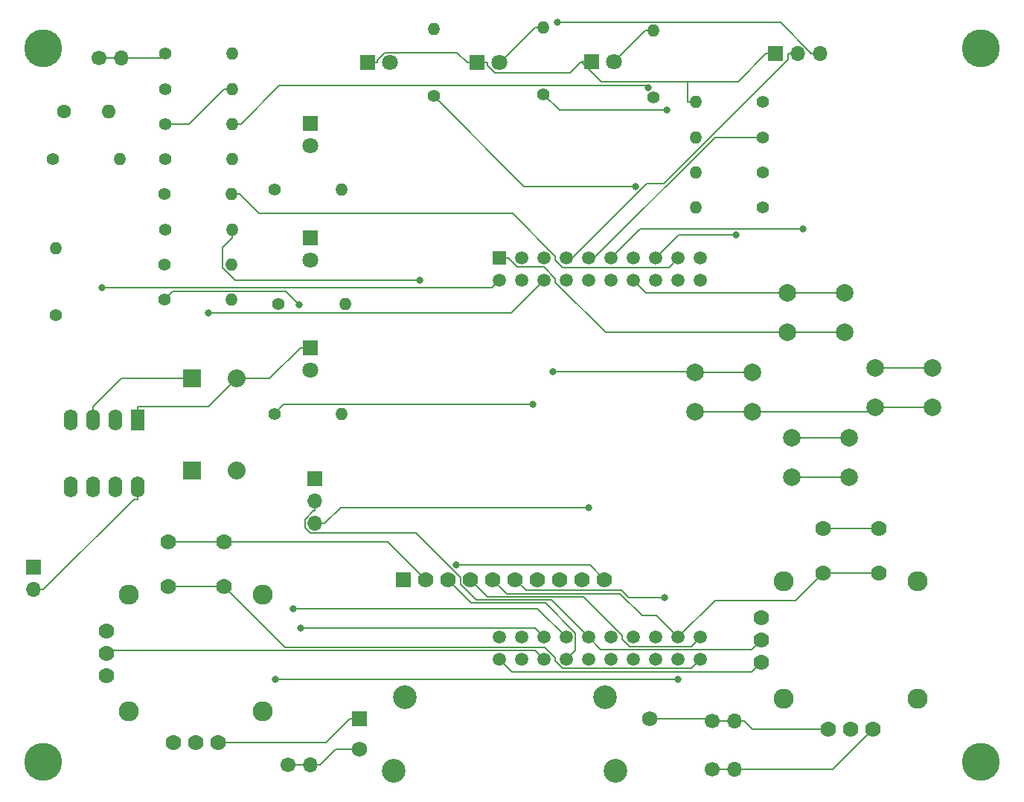
<source format=gtl>
G04 #@! TF.GenerationSoftware,KiCad,Pcbnew,9.0.0*
G04 #@! TF.CreationDate,2025-03-23T13:33:11-05:00*
G04 #@! TF.ProjectId,CDR3585,43445233-3538-4352-9e6b-696361645f70,v1.0.1*
G04 #@! TF.SameCoordinates,Original*
G04 #@! TF.FileFunction,Copper,L1,Top*
G04 #@! TF.FilePolarity,Positive*
%FSLAX46Y46*%
G04 Gerber Fmt 4.6, Leading zero omitted, Abs format (unit mm)*
G04 Created by KiCad (PCBNEW 9.0.0) date 2025-03-23 13:33:11*
%MOMM*%
%LPD*%
G01*
G04 APERTURE LIST*
G04 #@! TA.AperFunction,ComponentPad*
%ADD10C,1.400000*%
G04 #@! TD*
G04 #@! TA.AperFunction,ComponentPad*
%ADD11O,1.400000X1.400000*%
G04 #@! TD*
G04 #@! TA.AperFunction,ComponentPad*
%ADD12C,1.700000*%
G04 #@! TD*
G04 #@! TA.AperFunction,ComponentPad*
%ADD13O,1.700000X1.700000*%
G04 #@! TD*
G04 #@! TA.AperFunction,ComponentPad*
%ADD14R,1.700000X1.700000*%
G04 #@! TD*
G04 #@! TA.AperFunction,ComponentPad*
%ADD15R,1.800000X1.800000*%
G04 #@! TD*
G04 #@! TA.AperFunction,ComponentPad*
%ADD16C,1.800000*%
G04 #@! TD*
G04 #@! TA.AperFunction,ComponentPad*
%ADD17R,1.600000X2.400000*%
G04 #@! TD*
G04 #@! TA.AperFunction,ComponentPad*
%ADD18O,1.600000X2.400000*%
G04 #@! TD*
G04 #@! TA.AperFunction,ComponentPad*
%ADD19C,2.000000*%
G04 #@! TD*
G04 #@! TA.AperFunction,WasherPad*
%ADD20C,2.700000*%
G04 #@! TD*
G04 #@! TA.AperFunction,ComponentPad*
%ADD21R,1.750000X1.750000*%
G04 #@! TD*
G04 #@! TA.AperFunction,ComponentPad*
%ADD22C,1.750000*%
G04 #@! TD*
G04 #@! TA.AperFunction,ComponentPad*
%ADD23C,1.778000*%
G04 #@! TD*
G04 #@! TA.AperFunction,ComponentPad*
%ADD24C,2.286000*%
G04 #@! TD*
G04 #@! TA.AperFunction,ComponentPad*
%ADD25C,1.600000*%
G04 #@! TD*
G04 #@! TA.AperFunction,ComponentPad*
%ADD26O,1.600000X1.600000*%
G04 #@! TD*
G04 #@! TA.AperFunction,ComponentPad*
%ADD27C,4.318000*%
G04 #@! TD*
G04 #@! TA.AperFunction,ComponentPad*
%ADD28R,2.032000X2.032000*%
G04 #@! TD*
G04 #@! TA.AperFunction,ComponentPad*
%ADD29C,2.032000*%
G04 #@! TD*
G04 #@! TA.AperFunction,ComponentPad*
%ADD30R,1.778000X1.778000*%
G04 #@! TD*
G04 #@! TA.AperFunction,ComponentPad*
%ADD31R,1.520000X1.520000*%
G04 #@! TD*
G04 #@! TA.AperFunction,ComponentPad*
%ADD32C,1.520000*%
G04 #@! TD*
G04 #@! TA.AperFunction,ViaPad*
%ADD33C,0.800000*%
G04 #@! TD*
G04 #@! TA.AperFunction,Conductor*
%ADD34C,0.200000*%
G04 #@! TD*
G04 APERTURE END LIST*
D10*
X80880000Y-83500000D03*
D11*
X88500000Y-83500000D03*
D10*
X68500000Y-62500000D03*
D11*
X76120000Y-62500000D03*
D12*
X82460000Y-123500000D03*
D13*
X85000000Y-123500000D03*
D10*
X68500000Y-42500000D03*
D11*
X76120000Y-42500000D03*
D14*
X137920000Y-42500000D03*
D13*
X140460000Y-42500000D03*
X143000000Y-42500000D03*
D10*
X68380000Y-66500000D03*
D11*
X76000000Y-66500000D03*
D15*
X85000000Y-63500000D03*
D16*
X85000000Y-66040000D03*
D10*
X68500000Y-50500000D03*
D11*
X76120000Y-50500000D03*
D17*
X65300000Y-84175000D03*
D18*
X62760000Y-84175000D03*
X60220000Y-84175000D03*
X57680000Y-84175000D03*
X57680000Y-91795000D03*
X60220000Y-91795000D03*
X62760000Y-91795000D03*
X65300000Y-91795000D03*
D10*
X56000000Y-72310000D03*
D11*
X56000000Y-64690000D03*
D19*
X128750000Y-78750000D03*
X135250000Y-78750000D03*
X128750000Y-83250000D03*
X135250000Y-83250000D03*
X139250000Y-69750000D03*
X145750000Y-69750000D03*
X139250000Y-74250000D03*
X145750000Y-74250000D03*
D10*
X68380000Y-70500000D03*
D11*
X76000000Y-70500000D03*
D20*
X94505000Y-124200000D03*
X95705000Y-115800000D03*
X118505000Y-115800000D03*
X119705000Y-124200000D03*
D21*
X90605000Y-118250000D03*
D22*
X90605000Y-121750000D03*
X123605000Y-118250000D03*
D10*
X68380000Y-58500000D03*
D11*
X76000000Y-58500000D03*
D10*
X99000000Y-47310000D03*
D11*
X99000000Y-39690000D03*
D12*
X60960000Y-43000000D03*
D13*
X63500000Y-43000000D03*
D23*
X61792500Y-113310000D03*
X61792500Y-110770000D03*
X61792500Y-108230000D03*
X69412500Y-120930000D03*
X71952500Y-120930000D03*
X74492500Y-120930000D03*
D24*
X64332500Y-104102500D03*
X64332500Y-117437500D03*
X79572500Y-117437500D03*
X79572500Y-104102500D03*
D23*
X68777500Y-103150000D03*
X75127500Y-103150000D03*
X68777500Y-98070000D03*
X75127500Y-98070000D03*
D12*
X130725000Y-118500000D03*
D13*
X133265000Y-118500000D03*
D25*
X56943800Y-49065000D03*
D26*
X62023800Y-49065000D03*
D15*
X85000000Y-50460000D03*
D16*
X85000000Y-53000000D03*
D27*
X161290000Y-41910000D03*
X161290000Y-123190000D03*
X54610000Y-41910000D03*
D10*
X136500000Y-56000000D03*
D11*
X128880000Y-56000000D03*
D27*
X54610000Y-123190000D03*
D28*
X71500000Y-90000000D03*
D29*
X76580000Y-90000000D03*
D10*
X80880000Y-58000000D03*
D11*
X88500000Y-58000000D03*
D12*
X130725000Y-124000000D03*
D13*
X133265000Y-124000000D03*
D15*
X116960000Y-43380000D03*
D16*
X119500000Y-43380000D03*
D28*
X71500000Y-79500000D03*
D29*
X76580000Y-79500000D03*
D23*
X136292500Y-111810000D03*
X136292500Y-109270000D03*
X136292500Y-106730000D03*
X143912500Y-119430000D03*
X146452500Y-119430000D03*
X148992500Y-119430000D03*
D24*
X138832500Y-102602500D03*
X138832500Y-115937500D03*
X154072500Y-115937500D03*
X154072500Y-102602500D03*
D23*
X143277500Y-101650000D03*
X149627500Y-101650000D03*
X143277500Y-96570000D03*
X149627500Y-96570000D03*
D19*
X149250000Y-78250000D03*
X155750000Y-78250000D03*
X149250000Y-82750000D03*
X155750000Y-82750000D03*
D10*
X124000000Y-47500000D03*
D11*
X124000000Y-39880000D03*
D10*
X136500000Y-60000000D03*
D11*
X128880000Y-60000000D03*
D10*
X111500000Y-47120000D03*
D11*
X111500000Y-39500000D03*
D10*
X55690000Y-54500000D03*
D11*
X63310000Y-54500000D03*
D10*
X136500000Y-48000000D03*
D11*
X128880000Y-48000000D03*
D10*
X68500000Y-54500000D03*
D11*
X76120000Y-54500000D03*
D10*
X136500000Y-52000000D03*
D11*
X128880000Y-52000000D03*
D19*
X146250000Y-90750000D03*
X139750000Y-90750000D03*
X146250000Y-86250000D03*
X139750000Y-86250000D03*
D10*
X68500000Y-46500000D03*
D11*
X76120000Y-46500000D03*
D14*
X53500000Y-101000000D03*
D13*
X53500000Y-103540000D03*
D15*
X85000000Y-76000000D03*
D16*
X85000000Y-78540000D03*
D15*
X91460000Y-43500000D03*
D16*
X94000000Y-43500000D03*
D14*
X85500000Y-90920000D03*
D13*
X85500000Y-93460000D03*
X85500000Y-96000000D03*
D15*
X103960000Y-43500000D03*
D16*
X106500000Y-43500000D03*
D10*
X81380000Y-71000000D03*
D11*
X89000000Y-71000000D03*
D30*
X95570000Y-102400000D03*
D23*
X98110000Y-102400000D03*
X100650000Y-102400000D03*
X103190000Y-102400000D03*
X105730000Y-102400000D03*
X108270000Y-102400000D03*
X110810000Y-102400000D03*
X113350000Y-102400000D03*
X115890000Y-102400000D03*
X118430000Y-102400000D03*
D31*
X106500000Y-65780000D03*
D32*
X109040000Y-65780000D03*
X111580000Y-65780000D03*
X114120000Y-65780000D03*
X116660000Y-65780000D03*
X119200000Y-65780000D03*
X121740000Y-65780000D03*
X124280000Y-65780000D03*
X126820000Y-65780000D03*
X129360000Y-65780000D03*
X106500000Y-111500000D03*
X109040000Y-111500000D03*
X111580000Y-111500000D03*
X114120000Y-111500000D03*
X116660000Y-111500000D03*
X119200000Y-111500000D03*
X121740000Y-111500000D03*
X124280000Y-111500000D03*
X126820000Y-111500000D03*
X129360000Y-111500000D03*
X106500000Y-68320000D03*
X109040000Y-68320000D03*
X111580000Y-68320000D03*
X114120000Y-68320000D03*
X116660000Y-68320000D03*
X119200000Y-68320000D03*
X121740000Y-68320000D03*
X124280000Y-68320000D03*
X126820000Y-68320000D03*
X129360000Y-68320000D03*
X106500000Y-108960000D03*
X109040000Y-108960000D03*
X111580000Y-108960000D03*
X114120000Y-108960000D03*
X116660000Y-108960000D03*
X119200000Y-108960000D03*
X121740000Y-108960000D03*
X124280000Y-108960000D03*
X126820000Y-108960000D03*
X129360000Y-108960000D03*
D33*
X110310000Y-82463200D03*
X83017400Y-105685900D03*
X83848300Y-107915900D03*
X97430800Y-68302400D03*
X125550100Y-48924600D03*
X122002400Y-57600900D03*
X116660000Y-94171000D03*
X113088300Y-38920300D03*
X73353300Y-72032000D03*
X126820000Y-113770600D03*
X81015500Y-113770600D03*
X123383600Y-46330500D03*
X133450200Y-63131000D03*
X141008400Y-62467200D03*
X112591700Y-78675000D03*
X83672500Y-71051600D03*
X61308600Y-69139200D03*
X125300900Y-104441100D03*
X101585500Y-100746500D03*
D34*
X71168300Y-50500000D02*
X68500000Y-50500000D01*
X75168300Y-46500000D02*
X71168300Y-50500000D01*
X76120000Y-46500000D02*
X75168300Y-46500000D01*
X64895000Y-93246700D02*
X65300000Y-93246700D01*
X54601700Y-103540000D02*
X64895000Y-93246700D01*
X53500000Y-103540000D02*
X54601700Y-103540000D01*
X65300000Y-91795000D02*
X65300000Y-93246700D01*
X140148300Y-104779200D02*
X143277500Y-101650000D01*
X131000800Y-104779200D02*
X140148300Y-104779200D01*
X126820000Y-108960000D02*
X131000800Y-104779200D01*
X149627500Y-101650000D02*
X143277500Y-101650000D01*
X124320400Y-106460400D02*
X126820000Y-108960000D01*
X122711900Y-106460400D02*
X124320400Y-106460400D01*
X120235000Y-103983500D02*
X122711900Y-106460400D01*
X107313500Y-103983500D02*
X120235000Y-103983500D01*
X105730000Y-102400000D02*
X107313500Y-103983500D01*
X81916800Y-82463200D02*
X110310000Y-82463200D01*
X80880000Y-83500000D02*
X81916800Y-82463200D01*
X124000000Y-39880000D02*
X123048300Y-39880000D01*
X119548300Y-43380000D02*
X123048300Y-39880000D01*
X119500000Y-43380000D02*
X119548300Y-43380000D01*
X118041700Y-110341700D02*
X116660000Y-108960000D01*
X135220800Y-110341700D02*
X118041700Y-110341700D01*
X136292500Y-109270000D02*
X135220800Y-110341700D01*
X112386900Y-104686900D02*
X116660000Y-108960000D01*
X103848900Y-104686900D02*
X112386900Y-104686900D01*
X102049300Y-102887300D02*
X103848900Y-104686900D01*
X102049300Y-102170700D02*
X102049300Y-102887300D01*
X96980300Y-97101700D02*
X102049300Y-102170700D01*
X85015200Y-97101700D02*
X96980300Y-97101700D01*
X84397000Y-96483500D02*
X85015200Y-97101700D01*
X84397000Y-95527000D02*
X84397000Y-96483500D01*
X85362300Y-94561700D02*
X84397000Y-95527000D01*
X85500000Y-94561700D02*
X85362300Y-94561700D01*
X85500000Y-93460000D02*
X85500000Y-94561700D01*
X110845900Y-105685900D02*
X114120000Y-108960000D01*
X83017400Y-105685900D02*
X110845900Y-105685900D01*
X110535900Y-107915900D02*
X111580000Y-108960000D01*
X83848300Y-107915900D02*
X110535900Y-107915900D01*
X76120000Y-62500000D02*
X76120000Y-63451700D01*
X75001900Y-64569800D02*
X76120000Y-63451700D01*
X75001900Y-66849000D02*
X75001900Y-64569800D01*
X76455300Y-68302400D02*
X75001900Y-66849000D01*
X97430800Y-68302400D02*
X76455300Y-68302400D01*
X113304600Y-48924600D02*
X125550100Y-48924600D01*
X111500000Y-47120000D02*
X113304600Y-48924600D01*
X109290900Y-57600900D02*
X122002400Y-57600900D01*
X99000000Y-47310000D02*
X109290900Y-57600900D01*
X145750000Y-69750000D02*
X139250000Y-69750000D01*
X123170000Y-69750000D02*
X121740000Y-68320000D01*
X139250000Y-69750000D02*
X123170000Y-69750000D01*
X85500000Y-96000000D02*
X86601700Y-96000000D01*
X88430700Y-94171000D02*
X116660000Y-94171000D01*
X86601700Y-96000000D02*
X88430700Y-94171000D01*
X87851700Y-121750000D02*
X86101700Y-123500000D01*
X90605000Y-121750000D02*
X87851700Y-121750000D01*
X85550900Y-123500000D02*
X86101700Y-123500000D01*
X85550900Y-123500000D02*
X85000000Y-123500000D01*
X85000000Y-123500000D02*
X82460000Y-123500000D01*
X143000000Y-42500000D02*
X141898300Y-42500000D01*
X138456300Y-38920300D02*
X113088300Y-38920300D01*
X141898300Y-42362300D02*
X138456300Y-38920300D01*
X141898300Y-42500000D02*
X141898300Y-42362300D01*
X107868000Y-72032000D02*
X73353300Y-72032000D01*
X111580000Y-68320000D02*
X107868000Y-72032000D01*
X68777500Y-103150000D02*
X75127500Y-103150000D01*
X82114100Y-110136600D02*
X75127500Y-103150000D01*
X111650000Y-110136600D02*
X82114100Y-110136600D01*
X112850100Y-111336700D02*
X111650000Y-110136600D01*
X112850100Y-111660900D02*
X112850100Y-111336700D01*
X113706900Y-112517700D02*
X112850100Y-111660900D01*
X128342300Y-112517700D02*
X113706900Y-112517700D01*
X129360000Y-111500000D02*
X128342300Y-112517700D01*
X81015500Y-113770600D02*
X126820000Y-113770600D01*
X62074200Y-110488300D02*
X61792500Y-110770000D01*
X110568300Y-110488300D02*
X62074200Y-110488300D01*
X111580000Y-111500000D02*
X110568300Y-110488300D01*
X76120000Y-50500000D02*
X77071700Y-50500000D01*
X123190200Y-46137100D02*
X123383600Y-46330500D01*
X81434600Y-46137100D02*
X123190200Y-46137100D01*
X77071700Y-50500000D02*
X81434600Y-46137100D01*
X79154600Y-60702900D02*
X76951700Y-58500000D01*
X107971600Y-60702900D02*
X79154600Y-60702900D01*
X112850100Y-65581400D02*
X107971600Y-60702900D01*
X112850100Y-65986600D02*
X112850100Y-65581400D01*
X113685800Y-66822300D02*
X112850100Y-65986600D01*
X125777700Y-66822300D02*
X113685800Y-66822300D01*
X126820000Y-65780000D02*
X125777700Y-66822300D01*
X76000000Y-58500000D02*
X76951700Y-58500000D01*
X155750000Y-78250000D02*
X149250000Y-78250000D01*
X126929000Y-63131000D02*
X133450200Y-63131000D01*
X124280000Y-65780000D02*
X126929000Y-63131000D01*
X122512800Y-62467200D02*
X141008400Y-62467200D01*
X119200000Y-65780000D02*
X122512800Y-62467200D01*
X146250000Y-86250000D02*
X139750000Y-86250000D01*
X117228100Y-65780000D02*
X116660000Y-65780000D01*
X131008100Y-52000000D02*
X117228100Y-65780000D01*
X136500000Y-52000000D02*
X131008100Y-52000000D01*
X140460000Y-42500000D02*
X139358300Y-42500000D01*
X139358300Y-43117900D02*
X139358300Y-42500000D01*
X125187800Y-57288400D02*
X139358300Y-43117900D01*
X123236500Y-57288400D02*
X125187800Y-57288400D01*
X114744900Y-65780000D02*
X123236500Y-57288400D01*
X114120000Y-65780000D02*
X114744900Y-65780000D01*
X106548300Y-43500000D02*
X110548300Y-39500000D01*
X106500000Y-43500000D02*
X106548300Y-43500000D01*
X111500000Y-39500000D02*
X110548300Y-39500000D01*
X135250000Y-78750000D02*
X128750000Y-78750000D01*
X128675000Y-78675000D02*
X112591700Y-78675000D01*
X128750000Y-78750000D02*
X128675000Y-78675000D01*
X60960000Y-43000000D02*
X63500000Y-43000000D01*
X68000000Y-43000000D02*
X68500000Y-42500000D01*
X63500000Y-43000000D02*
X68000000Y-43000000D01*
X82149900Y-69529000D02*
X83672500Y-71051600D01*
X69351000Y-69529000D02*
X82149900Y-69529000D01*
X68380000Y-70500000D02*
X69351000Y-69529000D01*
X63443300Y-79500000D02*
X60220000Y-82723300D01*
X71500000Y-79500000D02*
X63443300Y-79500000D01*
X60220000Y-84175000D02*
X60220000Y-82723300D01*
X105680800Y-69139200D02*
X61308600Y-69139200D01*
X106500000Y-68320000D02*
X105680800Y-69139200D01*
X105125200Y-104335200D02*
X103190000Y-102400000D01*
X116065200Y-104335200D02*
X105125200Y-104335200D01*
X120470000Y-108740000D02*
X116065200Y-104335200D01*
X120470000Y-109187200D02*
X120470000Y-108740000D01*
X121272800Y-109990000D02*
X120470000Y-109187200D01*
X128330000Y-109990000D02*
X121272800Y-109990000D01*
X129360000Y-108960000D02*
X128330000Y-109990000D01*
X121189900Y-104441100D02*
X125300900Y-104441100D01*
X120380600Y-103631800D02*
X121189900Y-104441100D01*
X109501800Y-103631800D02*
X120380600Y-103631800D01*
X108270000Y-102400000D02*
X109501800Y-103631800D01*
X115151900Y-110468100D02*
X114120000Y-111500000D01*
X115151900Y-108496000D02*
X115151900Y-110468100D01*
X111694500Y-105038600D02*
X115151900Y-108496000D01*
X103288600Y-105038600D02*
X111694500Y-105038600D01*
X100650000Y-102400000D02*
X103288600Y-105038600D01*
X149627500Y-96570000D02*
X143277500Y-96570000D01*
X135296700Y-119430000D02*
X134366700Y-118500000D01*
X143912500Y-119430000D02*
X135296700Y-119430000D01*
X133265000Y-118500000D02*
X134366700Y-118500000D01*
X75127500Y-98070000D02*
X68777500Y-98070000D01*
X93780000Y-98070000D02*
X98110000Y-102400000D01*
X75127500Y-98070000D02*
X93780000Y-98070000D01*
X130475000Y-118250000D02*
X130725000Y-118500000D01*
X123605000Y-118250000D02*
X130475000Y-118250000D01*
X146250000Y-90750000D02*
X139750000Y-90750000D01*
X155750000Y-82750000D02*
X149250000Y-82750000D01*
X145750000Y-74250000D02*
X139250000Y-74250000D01*
X135250000Y-83250000D02*
X128750000Y-83250000D01*
X148750000Y-83250000D02*
X149250000Y-82750000D01*
X135250000Y-83250000D02*
X148750000Y-83250000D01*
X133265000Y-118500000D02*
X130725000Y-118500000D01*
X118584700Y-74250000D02*
X139250000Y-74250000D01*
X112850100Y-68515400D02*
X118584700Y-74250000D01*
X112850100Y-68113500D02*
X112850100Y-68515400D01*
X111528300Y-66791700D02*
X112850100Y-68113500D01*
X108523400Y-66791700D02*
X111528300Y-66791700D01*
X107511700Y-65780000D02*
X108523400Y-66791700D01*
X106500000Y-65780000D02*
X107511700Y-65780000D01*
X116776500Y-100746500D02*
X101585500Y-100746500D01*
X118430000Y-102400000D02*
X116776500Y-100746500D01*
X92611700Y-43212000D02*
X92611700Y-43500000D01*
X93475400Y-42348300D02*
X92611700Y-43212000D01*
X101656600Y-42348300D02*
X93475400Y-42348300D01*
X102808300Y-43500000D02*
X101656600Y-42348300D01*
X103960000Y-43500000D02*
X102808300Y-43500000D01*
X91460000Y-43500000D02*
X92611700Y-43500000D01*
X116960000Y-43380000D02*
X115808300Y-43380000D01*
X103960000Y-43500000D02*
X105111700Y-43500000D01*
X80348300Y-79500000D02*
X83848300Y-76000000D01*
X76580000Y-79500000D02*
X80348300Y-79500000D01*
X85000000Y-76000000D02*
X83848300Y-76000000D01*
X128880000Y-48000000D02*
X127928300Y-48000000D01*
X137920000Y-42500000D02*
X136818300Y-42500000D01*
X127928300Y-48000000D02*
X127928300Y-45658300D01*
X118086600Y-45658300D02*
X127928300Y-45658300D01*
X115808300Y-43380000D02*
X118086600Y-45658300D01*
X133660000Y-45658300D02*
X136818300Y-42500000D01*
X127928300Y-45658300D02*
X133660000Y-45658300D01*
X86798300Y-120930000D02*
X89478300Y-118250000D01*
X74492500Y-120930000D02*
X86798300Y-120930000D01*
X90605000Y-118250000D02*
X89478300Y-118250000D01*
X73356700Y-82723300D02*
X76580000Y-79500000D01*
X65300000Y-82723300D02*
X73356700Y-82723300D01*
X65300000Y-84175000D02*
X65300000Y-82723300D01*
X135206400Y-112896100D02*
X136292500Y-111810000D01*
X107896100Y-112896100D02*
X135206400Y-112896100D01*
X106500000Y-111500000D02*
X107896100Y-112896100D01*
X114536600Y-44651700D02*
X115808300Y-43380000D01*
X105975400Y-44651700D02*
X114536600Y-44651700D01*
X105111700Y-43788000D02*
X105975400Y-44651700D01*
X105111700Y-43500000D02*
X105111700Y-43788000D01*
X144422500Y-124000000D02*
X133265000Y-124000000D01*
X148992500Y-119430000D02*
X144422500Y-124000000D01*
X133265000Y-124000000D02*
X130725000Y-124000000D01*
M02*

</source>
